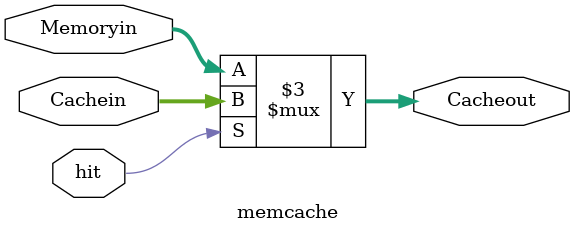
<source format=sv>
module memcache #(
    parameter WD = 32 // WordData width
)(
    input  logic              hit,          // Hit signal
    input  logic [WD-1:0]     Cachein,      // Cache output data
    input  logic [WD-1:0]     Memoryin,     // Memory data input
    output logic [WD-1:0]     Cacheout      // Cache output data
);
    
    always_comb begin
        if (hit) begin
            Cacheout = Cachein;
        end else begin
            Cacheout = Memoryin;
        end
    end

endmodule

</source>
